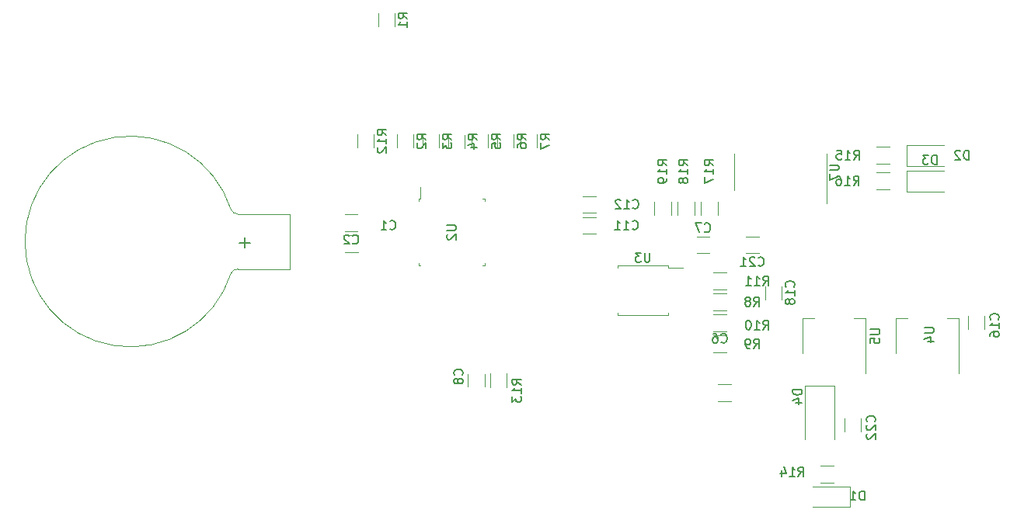
<source format=gbr>
%TF.GenerationSoftware,KiCad,Pcbnew,7.0.2*%
%TF.CreationDate,2024-03-07T11:00:20+05:30*%
%TF.ProjectId,HI-2401,48492d32-3430-4312-9e6b-696361645f70,rev?*%
%TF.SameCoordinates,Original*%
%TF.FileFunction,Legend,Bot*%
%TF.FilePolarity,Positive*%
%FSLAX46Y46*%
G04 Gerber Fmt 4.6, Leading zero omitted, Abs format (unit mm)*
G04 Created by KiCad (PCBNEW 7.0.2) date 2024-03-07 11:00:20*
%MOMM*%
%LPD*%
G01*
G04 APERTURE LIST*
%ADD10C,0.150000*%
%ADD11C,0.120000*%
G04 APERTURE END LIST*
D10*
%TO.C,R14*%
X101517357Y-83774619D02*
X101850690Y-83298428D01*
X102088785Y-83774619D02*
X102088785Y-82774619D01*
X102088785Y-82774619D02*
X101707833Y-82774619D01*
X101707833Y-82774619D02*
X101612595Y-82822238D01*
X101612595Y-82822238D02*
X101564976Y-82869857D01*
X101564976Y-82869857D02*
X101517357Y-82965095D01*
X101517357Y-82965095D02*
X101517357Y-83107952D01*
X101517357Y-83107952D02*
X101564976Y-83203190D01*
X101564976Y-83203190D02*
X101612595Y-83250809D01*
X101612595Y-83250809D02*
X101707833Y-83298428D01*
X101707833Y-83298428D02*
X102088785Y-83298428D01*
X100564976Y-83774619D02*
X101136404Y-83774619D01*
X100850690Y-83774619D02*
X100850690Y-82774619D01*
X100850690Y-82774619D02*
X100945928Y-82917476D01*
X100945928Y-82917476D02*
X101041166Y-83012714D01*
X101041166Y-83012714D02*
X101136404Y-83060333D01*
X99707833Y-83107952D02*
X99707833Y-83774619D01*
X99945928Y-82727000D02*
X100184023Y-83441285D01*
X100184023Y-83441285D02*
X99564976Y-83441285D01*
%TO.C,R8*%
X96686666Y-65232619D02*
X97019999Y-64756428D01*
X97258094Y-65232619D02*
X97258094Y-64232619D01*
X97258094Y-64232619D02*
X96877142Y-64232619D01*
X96877142Y-64232619D02*
X96781904Y-64280238D01*
X96781904Y-64280238D02*
X96734285Y-64327857D01*
X96734285Y-64327857D02*
X96686666Y-64423095D01*
X96686666Y-64423095D02*
X96686666Y-64565952D01*
X96686666Y-64565952D02*
X96734285Y-64661190D01*
X96734285Y-64661190D02*
X96781904Y-64708809D01*
X96781904Y-64708809D02*
X96877142Y-64756428D01*
X96877142Y-64756428D02*
X97258094Y-64756428D01*
X96115237Y-64661190D02*
X96210475Y-64613571D01*
X96210475Y-64613571D02*
X96258094Y-64565952D01*
X96258094Y-64565952D02*
X96305713Y-64470714D01*
X96305713Y-64470714D02*
X96305713Y-64423095D01*
X96305713Y-64423095D02*
X96258094Y-64327857D01*
X96258094Y-64327857D02*
X96210475Y-64280238D01*
X96210475Y-64280238D02*
X96115237Y-64232619D01*
X96115237Y-64232619D02*
X95924761Y-64232619D01*
X95924761Y-64232619D02*
X95829523Y-64280238D01*
X95829523Y-64280238D02*
X95781904Y-64327857D01*
X95781904Y-64327857D02*
X95734285Y-64423095D01*
X95734285Y-64423095D02*
X95734285Y-64470714D01*
X95734285Y-64470714D02*
X95781904Y-64565952D01*
X95781904Y-64565952D02*
X95829523Y-64613571D01*
X95829523Y-64613571D02*
X95924761Y-64661190D01*
X95924761Y-64661190D02*
X96115237Y-64661190D01*
X96115237Y-64661190D02*
X96210475Y-64708809D01*
X96210475Y-64708809D02*
X96258094Y-64756428D01*
X96258094Y-64756428D02*
X96305713Y-64851666D01*
X96305713Y-64851666D02*
X96305713Y-65042142D01*
X96305713Y-65042142D02*
X96258094Y-65137380D01*
X96258094Y-65137380D02*
X96210475Y-65185000D01*
X96210475Y-65185000D02*
X96115237Y-65232619D01*
X96115237Y-65232619D02*
X95924761Y-65232619D01*
X95924761Y-65232619D02*
X95829523Y-65185000D01*
X95829523Y-65185000D02*
X95781904Y-65137380D01*
X95781904Y-65137380D02*
X95734285Y-65042142D01*
X95734285Y-65042142D02*
X95734285Y-64851666D01*
X95734285Y-64851666D02*
X95781904Y-64756428D01*
X95781904Y-64756428D02*
X95829523Y-64708809D01*
X95829523Y-64708809D02*
X95924761Y-64661190D01*
%TO.C,R16*%
X107550857Y-52024619D02*
X107884190Y-51548428D01*
X108122285Y-52024619D02*
X108122285Y-51024619D01*
X108122285Y-51024619D02*
X107741333Y-51024619D01*
X107741333Y-51024619D02*
X107646095Y-51072238D01*
X107646095Y-51072238D02*
X107598476Y-51119857D01*
X107598476Y-51119857D02*
X107550857Y-51215095D01*
X107550857Y-51215095D02*
X107550857Y-51357952D01*
X107550857Y-51357952D02*
X107598476Y-51453190D01*
X107598476Y-51453190D02*
X107646095Y-51500809D01*
X107646095Y-51500809D02*
X107741333Y-51548428D01*
X107741333Y-51548428D02*
X108122285Y-51548428D01*
X106598476Y-52024619D02*
X107169904Y-52024619D01*
X106884190Y-52024619D02*
X106884190Y-51024619D01*
X106884190Y-51024619D02*
X106979428Y-51167476D01*
X106979428Y-51167476D02*
X107074666Y-51262714D01*
X107074666Y-51262714D02*
X107169904Y-51310333D01*
X105741333Y-51024619D02*
X105931809Y-51024619D01*
X105931809Y-51024619D02*
X106027047Y-51072238D01*
X106027047Y-51072238D02*
X106074666Y-51119857D01*
X106074666Y-51119857D02*
X106169904Y-51262714D01*
X106169904Y-51262714D02*
X106217523Y-51453190D01*
X106217523Y-51453190D02*
X106217523Y-51834142D01*
X106217523Y-51834142D02*
X106169904Y-51929380D01*
X106169904Y-51929380D02*
X106122285Y-51977000D01*
X106122285Y-51977000D02*
X106027047Y-52024619D01*
X106027047Y-52024619D02*
X105836571Y-52024619D01*
X105836571Y-52024619D02*
X105741333Y-51977000D01*
X105741333Y-51977000D02*
X105693714Y-51929380D01*
X105693714Y-51929380D02*
X105646095Y-51834142D01*
X105646095Y-51834142D02*
X105646095Y-51596047D01*
X105646095Y-51596047D02*
X105693714Y-51500809D01*
X105693714Y-51500809D02*
X105741333Y-51453190D01*
X105741333Y-51453190D02*
X105836571Y-51405571D01*
X105836571Y-51405571D02*
X106027047Y-51405571D01*
X106027047Y-51405571D02*
X106122285Y-51453190D01*
X106122285Y-51453190D02*
X106169904Y-51500809D01*
X106169904Y-51500809D02*
X106217523Y-51596047D01*
%TO.C,U2*%
X63216619Y-56388095D02*
X64026142Y-56388095D01*
X64026142Y-56388095D02*
X64121380Y-56435714D01*
X64121380Y-56435714D02*
X64169000Y-56483333D01*
X64169000Y-56483333D02*
X64216619Y-56578571D01*
X64216619Y-56578571D02*
X64216619Y-56769047D01*
X64216619Y-56769047D02*
X64169000Y-56864285D01*
X64169000Y-56864285D02*
X64121380Y-56911904D01*
X64121380Y-56911904D02*
X64026142Y-56959523D01*
X64026142Y-56959523D02*
X63216619Y-56959523D01*
X63311857Y-57388095D02*
X63264238Y-57435714D01*
X63264238Y-57435714D02*
X63216619Y-57530952D01*
X63216619Y-57530952D02*
X63216619Y-57769047D01*
X63216619Y-57769047D02*
X63264238Y-57864285D01*
X63264238Y-57864285D02*
X63311857Y-57911904D01*
X63311857Y-57911904D02*
X63407095Y-57959523D01*
X63407095Y-57959523D02*
X63502333Y-57959523D01*
X63502333Y-57959523D02*
X63645190Y-57911904D01*
X63645190Y-57911904D02*
X64216619Y-57340476D01*
X64216619Y-57340476D02*
X64216619Y-57959523D01*
%TO.C,R17*%
X92283619Y-49877142D02*
X91807428Y-49543809D01*
X92283619Y-49305714D02*
X91283619Y-49305714D01*
X91283619Y-49305714D02*
X91283619Y-49686666D01*
X91283619Y-49686666D02*
X91331238Y-49781904D01*
X91331238Y-49781904D02*
X91378857Y-49829523D01*
X91378857Y-49829523D02*
X91474095Y-49877142D01*
X91474095Y-49877142D02*
X91616952Y-49877142D01*
X91616952Y-49877142D02*
X91712190Y-49829523D01*
X91712190Y-49829523D02*
X91759809Y-49781904D01*
X91759809Y-49781904D02*
X91807428Y-49686666D01*
X91807428Y-49686666D02*
X91807428Y-49305714D01*
X92283619Y-50829523D02*
X92283619Y-50258095D01*
X92283619Y-50543809D02*
X91283619Y-50543809D01*
X91283619Y-50543809D02*
X91426476Y-50448571D01*
X91426476Y-50448571D02*
X91521714Y-50353333D01*
X91521714Y-50353333D02*
X91569333Y-50258095D01*
X91283619Y-51162857D02*
X91283619Y-51829523D01*
X91283619Y-51829523D02*
X92283619Y-51400952D01*
%TO.C,R13*%
X71328619Y-73779142D02*
X70852428Y-73445809D01*
X71328619Y-73207714D02*
X70328619Y-73207714D01*
X70328619Y-73207714D02*
X70328619Y-73588666D01*
X70328619Y-73588666D02*
X70376238Y-73683904D01*
X70376238Y-73683904D02*
X70423857Y-73731523D01*
X70423857Y-73731523D02*
X70519095Y-73779142D01*
X70519095Y-73779142D02*
X70661952Y-73779142D01*
X70661952Y-73779142D02*
X70757190Y-73731523D01*
X70757190Y-73731523D02*
X70804809Y-73683904D01*
X70804809Y-73683904D02*
X70852428Y-73588666D01*
X70852428Y-73588666D02*
X70852428Y-73207714D01*
X71328619Y-74731523D02*
X71328619Y-74160095D01*
X71328619Y-74445809D02*
X70328619Y-74445809D01*
X70328619Y-74445809D02*
X70471476Y-74350571D01*
X70471476Y-74350571D02*
X70566714Y-74255333D01*
X70566714Y-74255333D02*
X70614333Y-74160095D01*
X70328619Y-75064857D02*
X70328619Y-75683904D01*
X70328619Y-75683904D02*
X70709571Y-75350571D01*
X70709571Y-75350571D02*
X70709571Y-75493428D01*
X70709571Y-75493428D02*
X70757190Y-75588666D01*
X70757190Y-75588666D02*
X70804809Y-75636285D01*
X70804809Y-75636285D02*
X70900047Y-75683904D01*
X70900047Y-75683904D02*
X71138142Y-75683904D01*
X71138142Y-75683904D02*
X71233380Y-75636285D01*
X71233380Y-75636285D02*
X71281000Y-75588666D01*
X71281000Y-75588666D02*
X71328619Y-75493428D01*
X71328619Y-75493428D02*
X71328619Y-75207714D01*
X71328619Y-75207714D02*
X71281000Y-75112476D01*
X71281000Y-75112476D02*
X71233380Y-75064857D01*
%TO.C,D3*%
X116598594Y-49738619D02*
X116598594Y-48738619D01*
X116598594Y-48738619D02*
X116360499Y-48738619D01*
X116360499Y-48738619D02*
X116217642Y-48786238D01*
X116217642Y-48786238D02*
X116122404Y-48881476D01*
X116122404Y-48881476D02*
X116074785Y-48976714D01*
X116074785Y-48976714D02*
X116027166Y-49167190D01*
X116027166Y-49167190D02*
X116027166Y-49310047D01*
X116027166Y-49310047D02*
X116074785Y-49500523D01*
X116074785Y-49500523D02*
X116122404Y-49595761D01*
X116122404Y-49595761D02*
X116217642Y-49691000D01*
X116217642Y-49691000D02*
X116360499Y-49738619D01*
X116360499Y-49738619D02*
X116598594Y-49738619D01*
X115693832Y-48738619D02*
X115074785Y-48738619D01*
X115074785Y-48738619D02*
X115408118Y-49119571D01*
X115408118Y-49119571D02*
X115265261Y-49119571D01*
X115265261Y-49119571D02*
X115170023Y-49167190D01*
X115170023Y-49167190D02*
X115122404Y-49214809D01*
X115122404Y-49214809D02*
X115074785Y-49310047D01*
X115074785Y-49310047D02*
X115074785Y-49548142D01*
X115074785Y-49548142D02*
X115122404Y-49643380D01*
X115122404Y-49643380D02*
X115170023Y-49691000D01*
X115170023Y-49691000D02*
X115265261Y-49738619D01*
X115265261Y-49738619D02*
X115550975Y-49738619D01*
X115550975Y-49738619D02*
X115646213Y-49691000D01*
X115646213Y-49691000D02*
X115693832Y-49643380D01*
%TO.C,C7*%
X91314166Y-57064380D02*
X91361785Y-57112000D01*
X91361785Y-57112000D02*
X91504642Y-57159619D01*
X91504642Y-57159619D02*
X91599880Y-57159619D01*
X91599880Y-57159619D02*
X91742737Y-57112000D01*
X91742737Y-57112000D02*
X91837975Y-57016761D01*
X91837975Y-57016761D02*
X91885594Y-56921523D01*
X91885594Y-56921523D02*
X91933213Y-56731047D01*
X91933213Y-56731047D02*
X91933213Y-56588190D01*
X91933213Y-56588190D02*
X91885594Y-56397714D01*
X91885594Y-56397714D02*
X91837975Y-56302476D01*
X91837975Y-56302476D02*
X91742737Y-56207238D01*
X91742737Y-56207238D02*
X91599880Y-56159619D01*
X91599880Y-56159619D02*
X91504642Y-56159619D01*
X91504642Y-56159619D02*
X91361785Y-56207238D01*
X91361785Y-56207238D02*
X91314166Y-56254857D01*
X90980832Y-56159619D02*
X90314166Y-56159619D01*
X90314166Y-56159619D02*
X90742737Y-57159619D01*
%TO.C,D4*%
X101930619Y-74331905D02*
X100930619Y-74331905D01*
X100930619Y-74331905D02*
X100930619Y-74570000D01*
X100930619Y-74570000D02*
X100978238Y-74712857D01*
X100978238Y-74712857D02*
X101073476Y-74808095D01*
X101073476Y-74808095D02*
X101168714Y-74855714D01*
X101168714Y-74855714D02*
X101359190Y-74903333D01*
X101359190Y-74903333D02*
X101502047Y-74903333D01*
X101502047Y-74903333D02*
X101692523Y-74855714D01*
X101692523Y-74855714D02*
X101787761Y-74808095D01*
X101787761Y-74808095D02*
X101883000Y-74712857D01*
X101883000Y-74712857D02*
X101930619Y-74570000D01*
X101930619Y-74570000D02*
X101930619Y-74331905D01*
X101263952Y-75760476D02*
X101930619Y-75760476D01*
X100883000Y-75522381D02*
X101597285Y-75284286D01*
X101597285Y-75284286D02*
X101597285Y-75903333D01*
%TO.C,C18*%
X101023380Y-63111142D02*
X101071000Y-63063523D01*
X101071000Y-63063523D02*
X101118619Y-62920666D01*
X101118619Y-62920666D02*
X101118619Y-62825428D01*
X101118619Y-62825428D02*
X101071000Y-62682571D01*
X101071000Y-62682571D02*
X100975761Y-62587333D01*
X100975761Y-62587333D02*
X100880523Y-62539714D01*
X100880523Y-62539714D02*
X100690047Y-62492095D01*
X100690047Y-62492095D02*
X100547190Y-62492095D01*
X100547190Y-62492095D02*
X100356714Y-62539714D01*
X100356714Y-62539714D02*
X100261476Y-62587333D01*
X100261476Y-62587333D02*
X100166238Y-62682571D01*
X100166238Y-62682571D02*
X100118619Y-62825428D01*
X100118619Y-62825428D02*
X100118619Y-62920666D01*
X100118619Y-62920666D02*
X100166238Y-63063523D01*
X100166238Y-63063523D02*
X100213857Y-63111142D01*
X101118619Y-64063523D02*
X101118619Y-63492095D01*
X101118619Y-63777809D02*
X100118619Y-63777809D01*
X100118619Y-63777809D02*
X100261476Y-63682571D01*
X100261476Y-63682571D02*
X100356714Y-63587333D01*
X100356714Y-63587333D02*
X100404333Y-63492095D01*
X100547190Y-64634952D02*
X100499571Y-64539714D01*
X100499571Y-64539714D02*
X100451952Y-64492095D01*
X100451952Y-64492095D02*
X100356714Y-64444476D01*
X100356714Y-64444476D02*
X100309095Y-64444476D01*
X100309095Y-64444476D02*
X100213857Y-64492095D01*
X100213857Y-64492095D02*
X100166238Y-64539714D01*
X100166238Y-64539714D02*
X100118619Y-64634952D01*
X100118619Y-64634952D02*
X100118619Y-64825428D01*
X100118619Y-64825428D02*
X100166238Y-64920666D01*
X100166238Y-64920666D02*
X100213857Y-64968285D01*
X100213857Y-64968285D02*
X100309095Y-65015904D01*
X100309095Y-65015904D02*
X100356714Y-65015904D01*
X100356714Y-65015904D02*
X100451952Y-64968285D01*
X100451952Y-64968285D02*
X100499571Y-64920666D01*
X100499571Y-64920666D02*
X100547190Y-64825428D01*
X100547190Y-64825428D02*
X100547190Y-64634952D01*
X100547190Y-64634952D02*
X100594809Y-64539714D01*
X100594809Y-64539714D02*
X100642428Y-64492095D01*
X100642428Y-64492095D02*
X100737666Y-64444476D01*
X100737666Y-64444476D02*
X100928142Y-64444476D01*
X100928142Y-64444476D02*
X101023380Y-64492095D01*
X101023380Y-64492095D02*
X101071000Y-64539714D01*
X101071000Y-64539714D02*
X101118619Y-64634952D01*
X101118619Y-64634952D02*
X101118619Y-64825428D01*
X101118619Y-64825428D02*
X101071000Y-64920666D01*
X101071000Y-64920666D02*
X101023380Y-64968285D01*
X101023380Y-64968285D02*
X100928142Y-65015904D01*
X100928142Y-65015904D02*
X100737666Y-65015904D01*
X100737666Y-65015904D02*
X100642428Y-64968285D01*
X100642428Y-64968285D02*
X100594809Y-64920666D01*
X100594809Y-64920666D02*
X100547190Y-64825428D01*
%TO.C,C12*%
X83485357Y-54499380D02*
X83532976Y-54547000D01*
X83532976Y-54547000D02*
X83675833Y-54594619D01*
X83675833Y-54594619D02*
X83771071Y-54594619D01*
X83771071Y-54594619D02*
X83913928Y-54547000D01*
X83913928Y-54547000D02*
X84009166Y-54451761D01*
X84009166Y-54451761D02*
X84056785Y-54356523D01*
X84056785Y-54356523D02*
X84104404Y-54166047D01*
X84104404Y-54166047D02*
X84104404Y-54023190D01*
X84104404Y-54023190D02*
X84056785Y-53832714D01*
X84056785Y-53832714D02*
X84009166Y-53737476D01*
X84009166Y-53737476D02*
X83913928Y-53642238D01*
X83913928Y-53642238D02*
X83771071Y-53594619D01*
X83771071Y-53594619D02*
X83675833Y-53594619D01*
X83675833Y-53594619D02*
X83532976Y-53642238D01*
X83532976Y-53642238D02*
X83485357Y-53689857D01*
X82532976Y-54594619D02*
X83104404Y-54594619D01*
X82818690Y-54594619D02*
X82818690Y-53594619D01*
X82818690Y-53594619D02*
X82913928Y-53737476D01*
X82913928Y-53737476D02*
X83009166Y-53832714D01*
X83009166Y-53832714D02*
X83104404Y-53880333D01*
X82152023Y-53689857D02*
X82104404Y-53642238D01*
X82104404Y-53642238D02*
X82009166Y-53594619D01*
X82009166Y-53594619D02*
X81771071Y-53594619D01*
X81771071Y-53594619D02*
X81675833Y-53642238D01*
X81675833Y-53642238D02*
X81628214Y-53689857D01*
X81628214Y-53689857D02*
X81580595Y-53785095D01*
X81580595Y-53785095D02*
X81580595Y-53880333D01*
X81580595Y-53880333D02*
X81628214Y-54023190D01*
X81628214Y-54023190D02*
X82199642Y-54594619D01*
X82199642Y-54594619D02*
X81580595Y-54594619D01*
%TO.C,U7*%
X104930619Y-49819095D02*
X105740142Y-49819095D01*
X105740142Y-49819095D02*
X105835380Y-49866714D01*
X105835380Y-49866714D02*
X105883000Y-49914333D01*
X105883000Y-49914333D02*
X105930619Y-50009571D01*
X105930619Y-50009571D02*
X105930619Y-50200047D01*
X105930619Y-50200047D02*
X105883000Y-50295285D01*
X105883000Y-50295285D02*
X105835380Y-50342904D01*
X105835380Y-50342904D02*
X105740142Y-50390523D01*
X105740142Y-50390523D02*
X104930619Y-50390523D01*
X104930619Y-50771476D02*
X104930619Y-51438142D01*
X104930619Y-51438142D02*
X105930619Y-51009571D01*
%TO.C,R15*%
X107576857Y-49230619D02*
X107910190Y-48754428D01*
X108148285Y-49230619D02*
X108148285Y-48230619D01*
X108148285Y-48230619D02*
X107767333Y-48230619D01*
X107767333Y-48230619D02*
X107672095Y-48278238D01*
X107672095Y-48278238D02*
X107624476Y-48325857D01*
X107624476Y-48325857D02*
X107576857Y-48421095D01*
X107576857Y-48421095D02*
X107576857Y-48563952D01*
X107576857Y-48563952D02*
X107624476Y-48659190D01*
X107624476Y-48659190D02*
X107672095Y-48706809D01*
X107672095Y-48706809D02*
X107767333Y-48754428D01*
X107767333Y-48754428D02*
X108148285Y-48754428D01*
X106624476Y-49230619D02*
X107195904Y-49230619D01*
X106910190Y-49230619D02*
X106910190Y-48230619D01*
X106910190Y-48230619D02*
X107005428Y-48373476D01*
X107005428Y-48373476D02*
X107100666Y-48468714D01*
X107100666Y-48468714D02*
X107195904Y-48516333D01*
X105719714Y-48230619D02*
X106195904Y-48230619D01*
X106195904Y-48230619D02*
X106243523Y-48706809D01*
X106243523Y-48706809D02*
X106195904Y-48659190D01*
X106195904Y-48659190D02*
X106100666Y-48611571D01*
X106100666Y-48611571D02*
X105862571Y-48611571D01*
X105862571Y-48611571D02*
X105767333Y-48659190D01*
X105767333Y-48659190D02*
X105719714Y-48706809D01*
X105719714Y-48706809D02*
X105672095Y-48802047D01*
X105672095Y-48802047D02*
X105672095Y-49040142D01*
X105672095Y-49040142D02*
X105719714Y-49135380D01*
X105719714Y-49135380D02*
X105767333Y-49183000D01*
X105767333Y-49183000D02*
X105862571Y-49230619D01*
X105862571Y-49230619D02*
X106100666Y-49230619D01*
X106100666Y-49230619D02*
X106195904Y-49183000D01*
X106195904Y-49183000D02*
X106243523Y-49135380D01*
%TO.C,U5*%
X109386619Y-67716095D02*
X110196142Y-67716095D01*
X110196142Y-67716095D02*
X110291380Y-67763714D01*
X110291380Y-67763714D02*
X110339000Y-67811333D01*
X110339000Y-67811333D02*
X110386619Y-67906571D01*
X110386619Y-67906571D02*
X110386619Y-68097047D01*
X110386619Y-68097047D02*
X110339000Y-68192285D01*
X110339000Y-68192285D02*
X110291380Y-68239904D01*
X110291380Y-68239904D02*
X110196142Y-68287523D01*
X110196142Y-68287523D02*
X109386619Y-68287523D01*
X109386619Y-69239904D02*
X109386619Y-68763714D01*
X109386619Y-68763714D02*
X109862809Y-68716095D01*
X109862809Y-68716095D02*
X109815190Y-68763714D01*
X109815190Y-68763714D02*
X109767571Y-68858952D01*
X109767571Y-68858952D02*
X109767571Y-69097047D01*
X109767571Y-69097047D02*
X109815190Y-69192285D01*
X109815190Y-69192285D02*
X109862809Y-69239904D01*
X109862809Y-69239904D02*
X109958047Y-69287523D01*
X109958047Y-69287523D02*
X110196142Y-69287523D01*
X110196142Y-69287523D02*
X110291380Y-69239904D01*
X110291380Y-69239904D02*
X110339000Y-69192285D01*
X110339000Y-69192285D02*
X110386619Y-69097047D01*
X110386619Y-69097047D02*
X110386619Y-68858952D01*
X110386619Y-68858952D02*
X110339000Y-68763714D01*
X110339000Y-68763714D02*
X110291380Y-68716095D01*
%TO.C,R12*%
X56638619Y-46575142D02*
X56162428Y-46241809D01*
X56638619Y-46003714D02*
X55638619Y-46003714D01*
X55638619Y-46003714D02*
X55638619Y-46384666D01*
X55638619Y-46384666D02*
X55686238Y-46479904D01*
X55686238Y-46479904D02*
X55733857Y-46527523D01*
X55733857Y-46527523D02*
X55829095Y-46575142D01*
X55829095Y-46575142D02*
X55971952Y-46575142D01*
X55971952Y-46575142D02*
X56067190Y-46527523D01*
X56067190Y-46527523D02*
X56114809Y-46479904D01*
X56114809Y-46479904D02*
X56162428Y-46384666D01*
X56162428Y-46384666D02*
X56162428Y-46003714D01*
X56638619Y-47527523D02*
X56638619Y-46956095D01*
X56638619Y-47241809D02*
X55638619Y-47241809D01*
X55638619Y-47241809D02*
X55781476Y-47146571D01*
X55781476Y-47146571D02*
X55876714Y-47051333D01*
X55876714Y-47051333D02*
X55924333Y-46956095D01*
X55733857Y-47908476D02*
X55686238Y-47956095D01*
X55686238Y-47956095D02*
X55638619Y-48051333D01*
X55638619Y-48051333D02*
X55638619Y-48289428D01*
X55638619Y-48289428D02*
X55686238Y-48384666D01*
X55686238Y-48384666D02*
X55733857Y-48432285D01*
X55733857Y-48432285D02*
X55829095Y-48479904D01*
X55829095Y-48479904D02*
X55924333Y-48479904D01*
X55924333Y-48479904D02*
X56067190Y-48432285D01*
X56067190Y-48432285D02*
X56638619Y-47860857D01*
X56638619Y-47860857D02*
X56638619Y-48479904D01*
%TO.C,C2*%
X52960166Y-58351380D02*
X53007785Y-58399000D01*
X53007785Y-58399000D02*
X53150642Y-58446619D01*
X53150642Y-58446619D02*
X53245880Y-58446619D01*
X53245880Y-58446619D02*
X53388737Y-58399000D01*
X53388737Y-58399000D02*
X53483975Y-58303761D01*
X53483975Y-58303761D02*
X53531594Y-58208523D01*
X53531594Y-58208523D02*
X53579213Y-58018047D01*
X53579213Y-58018047D02*
X53579213Y-57875190D01*
X53579213Y-57875190D02*
X53531594Y-57684714D01*
X53531594Y-57684714D02*
X53483975Y-57589476D01*
X53483975Y-57589476D02*
X53388737Y-57494238D01*
X53388737Y-57494238D02*
X53245880Y-57446619D01*
X53245880Y-57446619D02*
X53150642Y-57446619D01*
X53150642Y-57446619D02*
X53007785Y-57494238D01*
X53007785Y-57494238D02*
X52960166Y-57541857D01*
X52579213Y-57541857D02*
X52531594Y-57494238D01*
X52531594Y-57494238D02*
X52436356Y-57446619D01*
X52436356Y-57446619D02*
X52198261Y-57446619D01*
X52198261Y-57446619D02*
X52103023Y-57494238D01*
X52103023Y-57494238D02*
X52055404Y-57541857D01*
X52055404Y-57541857D02*
X52007785Y-57637095D01*
X52007785Y-57637095D02*
X52007785Y-57732333D01*
X52007785Y-57732333D02*
X52055404Y-57875190D01*
X52055404Y-57875190D02*
X52626832Y-58446619D01*
X52626832Y-58446619D02*
X52007785Y-58446619D01*
%TO.C,R18*%
X89489619Y-49877142D02*
X89013428Y-49543809D01*
X89489619Y-49305714D02*
X88489619Y-49305714D01*
X88489619Y-49305714D02*
X88489619Y-49686666D01*
X88489619Y-49686666D02*
X88537238Y-49781904D01*
X88537238Y-49781904D02*
X88584857Y-49829523D01*
X88584857Y-49829523D02*
X88680095Y-49877142D01*
X88680095Y-49877142D02*
X88822952Y-49877142D01*
X88822952Y-49877142D02*
X88918190Y-49829523D01*
X88918190Y-49829523D02*
X88965809Y-49781904D01*
X88965809Y-49781904D02*
X89013428Y-49686666D01*
X89013428Y-49686666D02*
X89013428Y-49305714D01*
X89489619Y-50829523D02*
X89489619Y-50258095D01*
X89489619Y-50543809D02*
X88489619Y-50543809D01*
X88489619Y-50543809D02*
X88632476Y-50448571D01*
X88632476Y-50448571D02*
X88727714Y-50353333D01*
X88727714Y-50353333D02*
X88775333Y-50258095D01*
X88918190Y-51400952D02*
X88870571Y-51305714D01*
X88870571Y-51305714D02*
X88822952Y-51258095D01*
X88822952Y-51258095D02*
X88727714Y-51210476D01*
X88727714Y-51210476D02*
X88680095Y-51210476D01*
X88680095Y-51210476D02*
X88584857Y-51258095D01*
X88584857Y-51258095D02*
X88537238Y-51305714D01*
X88537238Y-51305714D02*
X88489619Y-51400952D01*
X88489619Y-51400952D02*
X88489619Y-51591428D01*
X88489619Y-51591428D02*
X88537238Y-51686666D01*
X88537238Y-51686666D02*
X88584857Y-51734285D01*
X88584857Y-51734285D02*
X88680095Y-51781904D01*
X88680095Y-51781904D02*
X88727714Y-51781904D01*
X88727714Y-51781904D02*
X88822952Y-51734285D01*
X88822952Y-51734285D02*
X88870571Y-51686666D01*
X88870571Y-51686666D02*
X88918190Y-51591428D01*
X88918190Y-51591428D02*
X88918190Y-51400952D01*
X88918190Y-51400952D02*
X88965809Y-51305714D01*
X88965809Y-51305714D02*
X89013428Y-51258095D01*
X89013428Y-51258095D02*
X89108666Y-51210476D01*
X89108666Y-51210476D02*
X89299142Y-51210476D01*
X89299142Y-51210476D02*
X89394380Y-51258095D01*
X89394380Y-51258095D02*
X89442000Y-51305714D01*
X89442000Y-51305714D02*
X89489619Y-51400952D01*
X89489619Y-51400952D02*
X89489619Y-51591428D01*
X89489619Y-51591428D02*
X89442000Y-51686666D01*
X89442000Y-51686666D02*
X89394380Y-51734285D01*
X89394380Y-51734285D02*
X89299142Y-51781904D01*
X89299142Y-51781904D02*
X89108666Y-51781904D01*
X89108666Y-51781904D02*
X89013428Y-51734285D01*
X89013428Y-51734285D02*
X88965809Y-51686666D01*
X88965809Y-51686666D02*
X88918190Y-51591428D01*
%TO.C,R11*%
X97696857Y-62946619D02*
X98030190Y-62470428D01*
X98268285Y-62946619D02*
X98268285Y-61946619D01*
X98268285Y-61946619D02*
X97887333Y-61946619D01*
X97887333Y-61946619D02*
X97792095Y-61994238D01*
X97792095Y-61994238D02*
X97744476Y-62041857D01*
X97744476Y-62041857D02*
X97696857Y-62137095D01*
X97696857Y-62137095D02*
X97696857Y-62279952D01*
X97696857Y-62279952D02*
X97744476Y-62375190D01*
X97744476Y-62375190D02*
X97792095Y-62422809D01*
X97792095Y-62422809D02*
X97887333Y-62470428D01*
X97887333Y-62470428D02*
X98268285Y-62470428D01*
X96744476Y-62946619D02*
X97315904Y-62946619D01*
X97030190Y-62946619D02*
X97030190Y-61946619D01*
X97030190Y-61946619D02*
X97125428Y-62089476D01*
X97125428Y-62089476D02*
X97220666Y-62184714D01*
X97220666Y-62184714D02*
X97315904Y-62232333D01*
X95792095Y-62946619D02*
X96363523Y-62946619D01*
X96077809Y-62946619D02*
X96077809Y-61946619D01*
X96077809Y-61946619D02*
X96173047Y-62089476D01*
X96173047Y-62089476D02*
X96268285Y-62184714D01*
X96268285Y-62184714D02*
X96363523Y-62232333D01*
%TO.C,BT1*%
X41763428Y-58288500D02*
X40620571Y-58288500D01*
X41191999Y-58859928D02*
X41191999Y-57717071D01*
%TO.C,R6*%
X71878619Y-47051333D02*
X71402428Y-46718000D01*
X71878619Y-46479905D02*
X70878619Y-46479905D01*
X70878619Y-46479905D02*
X70878619Y-46860857D01*
X70878619Y-46860857D02*
X70926238Y-46956095D01*
X70926238Y-46956095D02*
X70973857Y-47003714D01*
X70973857Y-47003714D02*
X71069095Y-47051333D01*
X71069095Y-47051333D02*
X71211952Y-47051333D01*
X71211952Y-47051333D02*
X71307190Y-47003714D01*
X71307190Y-47003714D02*
X71354809Y-46956095D01*
X71354809Y-46956095D02*
X71402428Y-46860857D01*
X71402428Y-46860857D02*
X71402428Y-46479905D01*
X70878619Y-47908476D02*
X70878619Y-47718000D01*
X70878619Y-47718000D02*
X70926238Y-47622762D01*
X70926238Y-47622762D02*
X70973857Y-47575143D01*
X70973857Y-47575143D02*
X71116714Y-47479905D01*
X71116714Y-47479905D02*
X71307190Y-47432286D01*
X71307190Y-47432286D02*
X71688142Y-47432286D01*
X71688142Y-47432286D02*
X71783380Y-47479905D01*
X71783380Y-47479905D02*
X71831000Y-47527524D01*
X71831000Y-47527524D02*
X71878619Y-47622762D01*
X71878619Y-47622762D02*
X71878619Y-47813238D01*
X71878619Y-47813238D02*
X71831000Y-47908476D01*
X71831000Y-47908476D02*
X71783380Y-47956095D01*
X71783380Y-47956095D02*
X71688142Y-48003714D01*
X71688142Y-48003714D02*
X71450047Y-48003714D01*
X71450047Y-48003714D02*
X71354809Y-47956095D01*
X71354809Y-47956095D02*
X71307190Y-47908476D01*
X71307190Y-47908476D02*
X71259571Y-47813238D01*
X71259571Y-47813238D02*
X71259571Y-47622762D01*
X71259571Y-47622762D02*
X71307190Y-47527524D01*
X71307190Y-47527524D02*
X71354809Y-47479905D01*
X71354809Y-47479905D02*
X71450047Y-47432286D01*
%TO.C,C11*%
X83446857Y-56785380D02*
X83494476Y-56833000D01*
X83494476Y-56833000D02*
X83637333Y-56880619D01*
X83637333Y-56880619D02*
X83732571Y-56880619D01*
X83732571Y-56880619D02*
X83875428Y-56833000D01*
X83875428Y-56833000D02*
X83970666Y-56737761D01*
X83970666Y-56737761D02*
X84018285Y-56642523D01*
X84018285Y-56642523D02*
X84065904Y-56452047D01*
X84065904Y-56452047D02*
X84065904Y-56309190D01*
X84065904Y-56309190D02*
X84018285Y-56118714D01*
X84018285Y-56118714D02*
X83970666Y-56023476D01*
X83970666Y-56023476D02*
X83875428Y-55928238D01*
X83875428Y-55928238D02*
X83732571Y-55880619D01*
X83732571Y-55880619D02*
X83637333Y-55880619D01*
X83637333Y-55880619D02*
X83494476Y-55928238D01*
X83494476Y-55928238D02*
X83446857Y-55975857D01*
X82494476Y-56880619D02*
X83065904Y-56880619D01*
X82780190Y-56880619D02*
X82780190Y-55880619D01*
X82780190Y-55880619D02*
X82875428Y-56023476D01*
X82875428Y-56023476D02*
X82970666Y-56118714D01*
X82970666Y-56118714D02*
X83065904Y-56166333D01*
X81542095Y-56880619D02*
X82113523Y-56880619D01*
X81827809Y-56880619D02*
X81827809Y-55880619D01*
X81827809Y-55880619D02*
X81923047Y-56023476D01*
X81923047Y-56023476D02*
X82018285Y-56118714D01*
X82018285Y-56118714D02*
X82113523Y-56166333D01*
%TO.C,U3*%
X85343904Y-59402619D02*
X85343904Y-60212142D01*
X85343904Y-60212142D02*
X85296285Y-60307380D01*
X85296285Y-60307380D02*
X85248666Y-60355000D01*
X85248666Y-60355000D02*
X85153428Y-60402619D01*
X85153428Y-60402619D02*
X84962952Y-60402619D01*
X84962952Y-60402619D02*
X84867714Y-60355000D01*
X84867714Y-60355000D02*
X84820095Y-60307380D01*
X84820095Y-60307380D02*
X84772476Y-60212142D01*
X84772476Y-60212142D02*
X84772476Y-59402619D01*
X84391523Y-59402619D02*
X83772476Y-59402619D01*
X83772476Y-59402619D02*
X84105809Y-59783571D01*
X84105809Y-59783571D02*
X83962952Y-59783571D01*
X83962952Y-59783571D02*
X83867714Y-59831190D01*
X83867714Y-59831190D02*
X83820095Y-59878809D01*
X83820095Y-59878809D02*
X83772476Y-59974047D01*
X83772476Y-59974047D02*
X83772476Y-60212142D01*
X83772476Y-60212142D02*
X83820095Y-60307380D01*
X83820095Y-60307380D02*
X83867714Y-60355000D01*
X83867714Y-60355000D02*
X83962952Y-60402619D01*
X83962952Y-60402619D02*
X84248666Y-60402619D01*
X84248666Y-60402619D02*
X84343904Y-60355000D01*
X84343904Y-60355000D02*
X84391523Y-60307380D01*
%TO.C,U4*%
X115286619Y-67564095D02*
X116096142Y-67564095D01*
X116096142Y-67564095D02*
X116191380Y-67611714D01*
X116191380Y-67611714D02*
X116239000Y-67659333D01*
X116239000Y-67659333D02*
X116286619Y-67754571D01*
X116286619Y-67754571D02*
X116286619Y-67945047D01*
X116286619Y-67945047D02*
X116239000Y-68040285D01*
X116239000Y-68040285D02*
X116191380Y-68087904D01*
X116191380Y-68087904D02*
X116096142Y-68135523D01*
X116096142Y-68135523D02*
X115286619Y-68135523D01*
X115619952Y-69040285D02*
X116286619Y-69040285D01*
X115239000Y-68802190D02*
X115953285Y-68564095D01*
X115953285Y-68564095D02*
X115953285Y-69183142D01*
%TO.C,C21*%
X97162857Y-60764380D02*
X97210476Y-60812000D01*
X97210476Y-60812000D02*
X97353333Y-60859619D01*
X97353333Y-60859619D02*
X97448571Y-60859619D01*
X97448571Y-60859619D02*
X97591428Y-60812000D01*
X97591428Y-60812000D02*
X97686666Y-60716761D01*
X97686666Y-60716761D02*
X97734285Y-60621523D01*
X97734285Y-60621523D02*
X97781904Y-60431047D01*
X97781904Y-60431047D02*
X97781904Y-60288190D01*
X97781904Y-60288190D02*
X97734285Y-60097714D01*
X97734285Y-60097714D02*
X97686666Y-60002476D01*
X97686666Y-60002476D02*
X97591428Y-59907238D01*
X97591428Y-59907238D02*
X97448571Y-59859619D01*
X97448571Y-59859619D02*
X97353333Y-59859619D01*
X97353333Y-59859619D02*
X97210476Y-59907238D01*
X97210476Y-59907238D02*
X97162857Y-59954857D01*
X96781904Y-59954857D02*
X96734285Y-59907238D01*
X96734285Y-59907238D02*
X96639047Y-59859619D01*
X96639047Y-59859619D02*
X96400952Y-59859619D01*
X96400952Y-59859619D02*
X96305714Y-59907238D01*
X96305714Y-59907238D02*
X96258095Y-59954857D01*
X96258095Y-59954857D02*
X96210476Y-60050095D01*
X96210476Y-60050095D02*
X96210476Y-60145333D01*
X96210476Y-60145333D02*
X96258095Y-60288190D01*
X96258095Y-60288190D02*
X96829523Y-60859619D01*
X96829523Y-60859619D02*
X96210476Y-60859619D01*
X95258095Y-60859619D02*
X95829523Y-60859619D01*
X95543809Y-60859619D02*
X95543809Y-59859619D01*
X95543809Y-59859619D02*
X95639047Y-60002476D01*
X95639047Y-60002476D02*
X95734285Y-60097714D01*
X95734285Y-60097714D02*
X95829523Y-60145333D01*
%TO.C,R3*%
X63750619Y-47051333D02*
X63274428Y-46718000D01*
X63750619Y-46479905D02*
X62750619Y-46479905D01*
X62750619Y-46479905D02*
X62750619Y-46860857D01*
X62750619Y-46860857D02*
X62798238Y-46956095D01*
X62798238Y-46956095D02*
X62845857Y-47003714D01*
X62845857Y-47003714D02*
X62941095Y-47051333D01*
X62941095Y-47051333D02*
X63083952Y-47051333D01*
X63083952Y-47051333D02*
X63179190Y-47003714D01*
X63179190Y-47003714D02*
X63226809Y-46956095D01*
X63226809Y-46956095D02*
X63274428Y-46860857D01*
X63274428Y-46860857D02*
X63274428Y-46479905D01*
X62750619Y-47384667D02*
X62750619Y-48003714D01*
X62750619Y-48003714D02*
X63131571Y-47670381D01*
X63131571Y-47670381D02*
X63131571Y-47813238D01*
X63131571Y-47813238D02*
X63179190Y-47908476D01*
X63179190Y-47908476D02*
X63226809Y-47956095D01*
X63226809Y-47956095D02*
X63322047Y-48003714D01*
X63322047Y-48003714D02*
X63560142Y-48003714D01*
X63560142Y-48003714D02*
X63655380Y-47956095D01*
X63655380Y-47956095D02*
X63703000Y-47908476D01*
X63703000Y-47908476D02*
X63750619Y-47813238D01*
X63750619Y-47813238D02*
X63750619Y-47527524D01*
X63750619Y-47527524D02*
X63703000Y-47432286D01*
X63703000Y-47432286D02*
X63655380Y-47384667D01*
%TO.C,R4*%
X66544619Y-47077333D02*
X66068428Y-46744000D01*
X66544619Y-46505905D02*
X65544619Y-46505905D01*
X65544619Y-46505905D02*
X65544619Y-46886857D01*
X65544619Y-46886857D02*
X65592238Y-46982095D01*
X65592238Y-46982095D02*
X65639857Y-47029714D01*
X65639857Y-47029714D02*
X65735095Y-47077333D01*
X65735095Y-47077333D02*
X65877952Y-47077333D01*
X65877952Y-47077333D02*
X65973190Y-47029714D01*
X65973190Y-47029714D02*
X66020809Y-46982095D01*
X66020809Y-46982095D02*
X66068428Y-46886857D01*
X66068428Y-46886857D02*
X66068428Y-46505905D01*
X65877952Y-47934476D02*
X66544619Y-47934476D01*
X65497000Y-47696381D02*
X66211285Y-47458286D01*
X66211285Y-47458286D02*
X66211285Y-48077333D01*
%TO.C,C1*%
X57024166Y-56793880D02*
X57071785Y-56841500D01*
X57071785Y-56841500D02*
X57214642Y-56889119D01*
X57214642Y-56889119D02*
X57309880Y-56889119D01*
X57309880Y-56889119D02*
X57452737Y-56841500D01*
X57452737Y-56841500D02*
X57547975Y-56746261D01*
X57547975Y-56746261D02*
X57595594Y-56651023D01*
X57595594Y-56651023D02*
X57643213Y-56460547D01*
X57643213Y-56460547D02*
X57643213Y-56317690D01*
X57643213Y-56317690D02*
X57595594Y-56127214D01*
X57595594Y-56127214D02*
X57547975Y-56031976D01*
X57547975Y-56031976D02*
X57452737Y-55936738D01*
X57452737Y-55936738D02*
X57309880Y-55889119D01*
X57309880Y-55889119D02*
X57214642Y-55889119D01*
X57214642Y-55889119D02*
X57071785Y-55936738D01*
X57071785Y-55936738D02*
X57024166Y-55984357D01*
X56071785Y-56889119D02*
X56643213Y-56889119D01*
X56357499Y-56889119D02*
X56357499Y-55889119D01*
X56357499Y-55889119D02*
X56452737Y-56031976D01*
X56452737Y-56031976D02*
X56547975Y-56127214D01*
X56547975Y-56127214D02*
X56643213Y-56174833D01*
%TO.C,D2*%
X120118094Y-49230619D02*
X120118094Y-48230619D01*
X120118094Y-48230619D02*
X119879999Y-48230619D01*
X119879999Y-48230619D02*
X119737142Y-48278238D01*
X119737142Y-48278238D02*
X119641904Y-48373476D01*
X119641904Y-48373476D02*
X119594285Y-48468714D01*
X119594285Y-48468714D02*
X119546666Y-48659190D01*
X119546666Y-48659190D02*
X119546666Y-48802047D01*
X119546666Y-48802047D02*
X119594285Y-48992523D01*
X119594285Y-48992523D02*
X119641904Y-49087761D01*
X119641904Y-49087761D02*
X119737142Y-49183000D01*
X119737142Y-49183000D02*
X119879999Y-49230619D01*
X119879999Y-49230619D02*
X120118094Y-49230619D01*
X119165713Y-48325857D02*
X119118094Y-48278238D01*
X119118094Y-48278238D02*
X119022856Y-48230619D01*
X119022856Y-48230619D02*
X118784761Y-48230619D01*
X118784761Y-48230619D02*
X118689523Y-48278238D01*
X118689523Y-48278238D02*
X118641904Y-48325857D01*
X118641904Y-48325857D02*
X118594285Y-48421095D01*
X118594285Y-48421095D02*
X118594285Y-48516333D01*
X118594285Y-48516333D02*
X118641904Y-48659190D01*
X118641904Y-48659190D02*
X119213332Y-49230619D01*
X119213332Y-49230619D02*
X118594285Y-49230619D01*
%TO.C,C6*%
X93130666Y-69129380D02*
X93178285Y-69177000D01*
X93178285Y-69177000D02*
X93321142Y-69224619D01*
X93321142Y-69224619D02*
X93416380Y-69224619D01*
X93416380Y-69224619D02*
X93559237Y-69177000D01*
X93559237Y-69177000D02*
X93654475Y-69081761D01*
X93654475Y-69081761D02*
X93702094Y-68986523D01*
X93702094Y-68986523D02*
X93749713Y-68796047D01*
X93749713Y-68796047D02*
X93749713Y-68653190D01*
X93749713Y-68653190D02*
X93702094Y-68462714D01*
X93702094Y-68462714D02*
X93654475Y-68367476D01*
X93654475Y-68367476D02*
X93559237Y-68272238D01*
X93559237Y-68272238D02*
X93416380Y-68224619D01*
X93416380Y-68224619D02*
X93321142Y-68224619D01*
X93321142Y-68224619D02*
X93178285Y-68272238D01*
X93178285Y-68272238D02*
X93130666Y-68319857D01*
X92273523Y-68224619D02*
X92463999Y-68224619D01*
X92463999Y-68224619D02*
X92559237Y-68272238D01*
X92559237Y-68272238D02*
X92606856Y-68319857D01*
X92606856Y-68319857D02*
X92702094Y-68462714D01*
X92702094Y-68462714D02*
X92749713Y-68653190D01*
X92749713Y-68653190D02*
X92749713Y-69034142D01*
X92749713Y-69034142D02*
X92702094Y-69129380D01*
X92702094Y-69129380D02*
X92654475Y-69177000D01*
X92654475Y-69177000D02*
X92559237Y-69224619D01*
X92559237Y-69224619D02*
X92368761Y-69224619D01*
X92368761Y-69224619D02*
X92273523Y-69177000D01*
X92273523Y-69177000D02*
X92225904Y-69129380D01*
X92225904Y-69129380D02*
X92178285Y-69034142D01*
X92178285Y-69034142D02*
X92178285Y-68796047D01*
X92178285Y-68796047D02*
X92225904Y-68700809D01*
X92225904Y-68700809D02*
X92273523Y-68653190D01*
X92273523Y-68653190D02*
X92368761Y-68605571D01*
X92368761Y-68605571D02*
X92559237Y-68605571D01*
X92559237Y-68605571D02*
X92654475Y-68653190D01*
X92654475Y-68653190D02*
X92702094Y-68700809D01*
X92702094Y-68700809D02*
X92749713Y-68796047D01*
%TO.C,R7*%
X74418619Y-47051333D02*
X73942428Y-46718000D01*
X74418619Y-46479905D02*
X73418619Y-46479905D01*
X73418619Y-46479905D02*
X73418619Y-46860857D01*
X73418619Y-46860857D02*
X73466238Y-46956095D01*
X73466238Y-46956095D02*
X73513857Y-47003714D01*
X73513857Y-47003714D02*
X73609095Y-47051333D01*
X73609095Y-47051333D02*
X73751952Y-47051333D01*
X73751952Y-47051333D02*
X73847190Y-47003714D01*
X73847190Y-47003714D02*
X73894809Y-46956095D01*
X73894809Y-46956095D02*
X73942428Y-46860857D01*
X73942428Y-46860857D02*
X73942428Y-46479905D01*
X73418619Y-47384667D02*
X73418619Y-48051333D01*
X73418619Y-48051333D02*
X74418619Y-47622762D01*
%TO.C,D1*%
X108724594Y-86390619D02*
X108724594Y-85390619D01*
X108724594Y-85390619D02*
X108486499Y-85390619D01*
X108486499Y-85390619D02*
X108343642Y-85438238D01*
X108343642Y-85438238D02*
X108248404Y-85533476D01*
X108248404Y-85533476D02*
X108200785Y-85628714D01*
X108200785Y-85628714D02*
X108153166Y-85819190D01*
X108153166Y-85819190D02*
X108153166Y-85962047D01*
X108153166Y-85962047D02*
X108200785Y-86152523D01*
X108200785Y-86152523D02*
X108248404Y-86247761D01*
X108248404Y-86247761D02*
X108343642Y-86343000D01*
X108343642Y-86343000D02*
X108486499Y-86390619D01*
X108486499Y-86390619D02*
X108724594Y-86390619D01*
X107200785Y-86390619D02*
X107772213Y-86390619D01*
X107486499Y-86390619D02*
X107486499Y-85390619D01*
X107486499Y-85390619D02*
X107581737Y-85533476D01*
X107581737Y-85533476D02*
X107676975Y-85628714D01*
X107676975Y-85628714D02*
X107772213Y-85676333D01*
%TO.C,R10*%
X97696857Y-67772619D02*
X98030190Y-67296428D01*
X98268285Y-67772619D02*
X98268285Y-66772619D01*
X98268285Y-66772619D02*
X97887333Y-66772619D01*
X97887333Y-66772619D02*
X97792095Y-66820238D01*
X97792095Y-66820238D02*
X97744476Y-66867857D01*
X97744476Y-66867857D02*
X97696857Y-66963095D01*
X97696857Y-66963095D02*
X97696857Y-67105952D01*
X97696857Y-67105952D02*
X97744476Y-67201190D01*
X97744476Y-67201190D02*
X97792095Y-67248809D01*
X97792095Y-67248809D02*
X97887333Y-67296428D01*
X97887333Y-67296428D02*
X98268285Y-67296428D01*
X96744476Y-67772619D02*
X97315904Y-67772619D01*
X97030190Y-67772619D02*
X97030190Y-66772619D01*
X97030190Y-66772619D02*
X97125428Y-66915476D01*
X97125428Y-66915476D02*
X97220666Y-67010714D01*
X97220666Y-67010714D02*
X97315904Y-67058333D01*
X96125428Y-66772619D02*
X96030190Y-66772619D01*
X96030190Y-66772619D02*
X95934952Y-66820238D01*
X95934952Y-66820238D02*
X95887333Y-66867857D01*
X95887333Y-66867857D02*
X95839714Y-66963095D01*
X95839714Y-66963095D02*
X95792095Y-67153571D01*
X95792095Y-67153571D02*
X95792095Y-67391666D01*
X95792095Y-67391666D02*
X95839714Y-67582142D01*
X95839714Y-67582142D02*
X95887333Y-67677380D01*
X95887333Y-67677380D02*
X95934952Y-67725000D01*
X95934952Y-67725000D02*
X96030190Y-67772619D01*
X96030190Y-67772619D02*
X96125428Y-67772619D01*
X96125428Y-67772619D02*
X96220666Y-67725000D01*
X96220666Y-67725000D02*
X96268285Y-67677380D01*
X96268285Y-67677380D02*
X96315904Y-67582142D01*
X96315904Y-67582142D02*
X96363523Y-67391666D01*
X96363523Y-67391666D02*
X96363523Y-67153571D01*
X96363523Y-67153571D02*
X96315904Y-66963095D01*
X96315904Y-66963095D02*
X96268285Y-66867857D01*
X96268285Y-66867857D02*
X96220666Y-66820238D01*
X96220666Y-66820238D02*
X96125428Y-66772619D01*
%TO.C,R1*%
X58924619Y-33843333D02*
X58448428Y-33510000D01*
X58924619Y-33271905D02*
X57924619Y-33271905D01*
X57924619Y-33271905D02*
X57924619Y-33652857D01*
X57924619Y-33652857D02*
X57972238Y-33748095D01*
X57972238Y-33748095D02*
X58019857Y-33795714D01*
X58019857Y-33795714D02*
X58115095Y-33843333D01*
X58115095Y-33843333D02*
X58257952Y-33843333D01*
X58257952Y-33843333D02*
X58353190Y-33795714D01*
X58353190Y-33795714D02*
X58400809Y-33748095D01*
X58400809Y-33748095D02*
X58448428Y-33652857D01*
X58448428Y-33652857D02*
X58448428Y-33271905D01*
X58924619Y-34795714D02*
X58924619Y-34224286D01*
X58924619Y-34510000D02*
X57924619Y-34510000D01*
X57924619Y-34510000D02*
X58067476Y-34414762D01*
X58067476Y-34414762D02*
X58162714Y-34319524D01*
X58162714Y-34319524D02*
X58210333Y-34224286D01*
%TO.C,C16*%
X123303380Y-66667142D02*
X123351000Y-66619523D01*
X123351000Y-66619523D02*
X123398619Y-66476666D01*
X123398619Y-66476666D02*
X123398619Y-66381428D01*
X123398619Y-66381428D02*
X123351000Y-66238571D01*
X123351000Y-66238571D02*
X123255761Y-66143333D01*
X123255761Y-66143333D02*
X123160523Y-66095714D01*
X123160523Y-66095714D02*
X122970047Y-66048095D01*
X122970047Y-66048095D02*
X122827190Y-66048095D01*
X122827190Y-66048095D02*
X122636714Y-66095714D01*
X122636714Y-66095714D02*
X122541476Y-66143333D01*
X122541476Y-66143333D02*
X122446238Y-66238571D01*
X122446238Y-66238571D02*
X122398619Y-66381428D01*
X122398619Y-66381428D02*
X122398619Y-66476666D01*
X122398619Y-66476666D02*
X122446238Y-66619523D01*
X122446238Y-66619523D02*
X122493857Y-66667142D01*
X123398619Y-67619523D02*
X123398619Y-67048095D01*
X123398619Y-67333809D02*
X122398619Y-67333809D01*
X122398619Y-67333809D02*
X122541476Y-67238571D01*
X122541476Y-67238571D02*
X122636714Y-67143333D01*
X122636714Y-67143333D02*
X122684333Y-67048095D01*
X122398619Y-68476666D02*
X122398619Y-68286190D01*
X122398619Y-68286190D02*
X122446238Y-68190952D01*
X122446238Y-68190952D02*
X122493857Y-68143333D01*
X122493857Y-68143333D02*
X122636714Y-68048095D01*
X122636714Y-68048095D02*
X122827190Y-68000476D01*
X122827190Y-68000476D02*
X123208142Y-68000476D01*
X123208142Y-68000476D02*
X123303380Y-68048095D01*
X123303380Y-68048095D02*
X123351000Y-68095714D01*
X123351000Y-68095714D02*
X123398619Y-68190952D01*
X123398619Y-68190952D02*
X123398619Y-68381428D01*
X123398619Y-68381428D02*
X123351000Y-68476666D01*
X123351000Y-68476666D02*
X123303380Y-68524285D01*
X123303380Y-68524285D02*
X123208142Y-68571904D01*
X123208142Y-68571904D02*
X122970047Y-68571904D01*
X122970047Y-68571904D02*
X122874809Y-68524285D01*
X122874809Y-68524285D02*
X122827190Y-68476666D01*
X122827190Y-68476666D02*
X122779571Y-68381428D01*
X122779571Y-68381428D02*
X122779571Y-68190952D01*
X122779571Y-68190952D02*
X122827190Y-68095714D01*
X122827190Y-68095714D02*
X122874809Y-68048095D01*
X122874809Y-68048095D02*
X122970047Y-68000476D01*
%TO.C,R9*%
X96686666Y-69804619D02*
X97019999Y-69328428D01*
X97258094Y-69804619D02*
X97258094Y-68804619D01*
X97258094Y-68804619D02*
X96877142Y-68804619D01*
X96877142Y-68804619D02*
X96781904Y-68852238D01*
X96781904Y-68852238D02*
X96734285Y-68899857D01*
X96734285Y-68899857D02*
X96686666Y-68995095D01*
X96686666Y-68995095D02*
X96686666Y-69137952D01*
X96686666Y-69137952D02*
X96734285Y-69233190D01*
X96734285Y-69233190D02*
X96781904Y-69280809D01*
X96781904Y-69280809D02*
X96877142Y-69328428D01*
X96877142Y-69328428D02*
X97258094Y-69328428D01*
X96210475Y-69804619D02*
X96019999Y-69804619D01*
X96019999Y-69804619D02*
X95924761Y-69757000D01*
X95924761Y-69757000D02*
X95877142Y-69709380D01*
X95877142Y-69709380D02*
X95781904Y-69566523D01*
X95781904Y-69566523D02*
X95734285Y-69376047D01*
X95734285Y-69376047D02*
X95734285Y-68995095D01*
X95734285Y-68995095D02*
X95781904Y-68899857D01*
X95781904Y-68899857D02*
X95829523Y-68852238D01*
X95829523Y-68852238D02*
X95924761Y-68804619D01*
X95924761Y-68804619D02*
X96115237Y-68804619D01*
X96115237Y-68804619D02*
X96210475Y-68852238D01*
X96210475Y-68852238D02*
X96258094Y-68899857D01*
X96258094Y-68899857D02*
X96305713Y-68995095D01*
X96305713Y-68995095D02*
X96305713Y-69233190D01*
X96305713Y-69233190D02*
X96258094Y-69328428D01*
X96258094Y-69328428D02*
X96210475Y-69376047D01*
X96210475Y-69376047D02*
X96115237Y-69423666D01*
X96115237Y-69423666D02*
X95924761Y-69423666D01*
X95924761Y-69423666D02*
X95829523Y-69376047D01*
X95829523Y-69376047D02*
X95781904Y-69328428D01*
X95781904Y-69328428D02*
X95734285Y-69233190D01*
%TO.C,R2*%
X60956619Y-47051333D02*
X60480428Y-46718000D01*
X60956619Y-46479905D02*
X59956619Y-46479905D01*
X59956619Y-46479905D02*
X59956619Y-46860857D01*
X59956619Y-46860857D02*
X60004238Y-46956095D01*
X60004238Y-46956095D02*
X60051857Y-47003714D01*
X60051857Y-47003714D02*
X60147095Y-47051333D01*
X60147095Y-47051333D02*
X60289952Y-47051333D01*
X60289952Y-47051333D02*
X60385190Y-47003714D01*
X60385190Y-47003714D02*
X60432809Y-46956095D01*
X60432809Y-46956095D02*
X60480428Y-46860857D01*
X60480428Y-46860857D02*
X60480428Y-46479905D01*
X60051857Y-47432286D02*
X60004238Y-47479905D01*
X60004238Y-47479905D02*
X59956619Y-47575143D01*
X59956619Y-47575143D02*
X59956619Y-47813238D01*
X59956619Y-47813238D02*
X60004238Y-47908476D01*
X60004238Y-47908476D02*
X60051857Y-47956095D01*
X60051857Y-47956095D02*
X60147095Y-48003714D01*
X60147095Y-48003714D02*
X60242333Y-48003714D01*
X60242333Y-48003714D02*
X60385190Y-47956095D01*
X60385190Y-47956095D02*
X60956619Y-47384667D01*
X60956619Y-47384667D02*
X60956619Y-48003714D01*
%TO.C,C22*%
X109841380Y-77804642D02*
X109889000Y-77757023D01*
X109889000Y-77757023D02*
X109936619Y-77614166D01*
X109936619Y-77614166D02*
X109936619Y-77518928D01*
X109936619Y-77518928D02*
X109889000Y-77376071D01*
X109889000Y-77376071D02*
X109793761Y-77280833D01*
X109793761Y-77280833D02*
X109698523Y-77233214D01*
X109698523Y-77233214D02*
X109508047Y-77185595D01*
X109508047Y-77185595D02*
X109365190Y-77185595D01*
X109365190Y-77185595D02*
X109174714Y-77233214D01*
X109174714Y-77233214D02*
X109079476Y-77280833D01*
X109079476Y-77280833D02*
X108984238Y-77376071D01*
X108984238Y-77376071D02*
X108936619Y-77518928D01*
X108936619Y-77518928D02*
X108936619Y-77614166D01*
X108936619Y-77614166D02*
X108984238Y-77757023D01*
X108984238Y-77757023D02*
X109031857Y-77804642D01*
X109031857Y-78185595D02*
X108984238Y-78233214D01*
X108984238Y-78233214D02*
X108936619Y-78328452D01*
X108936619Y-78328452D02*
X108936619Y-78566547D01*
X108936619Y-78566547D02*
X108984238Y-78661785D01*
X108984238Y-78661785D02*
X109031857Y-78709404D01*
X109031857Y-78709404D02*
X109127095Y-78757023D01*
X109127095Y-78757023D02*
X109222333Y-78757023D01*
X109222333Y-78757023D02*
X109365190Y-78709404D01*
X109365190Y-78709404D02*
X109936619Y-78137976D01*
X109936619Y-78137976D02*
X109936619Y-78757023D01*
X109031857Y-79137976D02*
X108984238Y-79185595D01*
X108984238Y-79185595D02*
X108936619Y-79280833D01*
X108936619Y-79280833D02*
X108936619Y-79518928D01*
X108936619Y-79518928D02*
X108984238Y-79614166D01*
X108984238Y-79614166D02*
X109031857Y-79661785D01*
X109031857Y-79661785D02*
X109127095Y-79709404D01*
X109127095Y-79709404D02*
X109222333Y-79709404D01*
X109222333Y-79709404D02*
X109365190Y-79661785D01*
X109365190Y-79661785D02*
X109936619Y-79090357D01*
X109936619Y-79090357D02*
X109936619Y-79709404D01*
%TO.C,C8*%
X64883380Y-72731333D02*
X64931000Y-72683714D01*
X64931000Y-72683714D02*
X64978619Y-72540857D01*
X64978619Y-72540857D02*
X64978619Y-72445619D01*
X64978619Y-72445619D02*
X64931000Y-72302762D01*
X64931000Y-72302762D02*
X64835761Y-72207524D01*
X64835761Y-72207524D02*
X64740523Y-72159905D01*
X64740523Y-72159905D02*
X64550047Y-72112286D01*
X64550047Y-72112286D02*
X64407190Y-72112286D01*
X64407190Y-72112286D02*
X64216714Y-72159905D01*
X64216714Y-72159905D02*
X64121476Y-72207524D01*
X64121476Y-72207524D02*
X64026238Y-72302762D01*
X64026238Y-72302762D02*
X63978619Y-72445619D01*
X63978619Y-72445619D02*
X63978619Y-72540857D01*
X63978619Y-72540857D02*
X64026238Y-72683714D01*
X64026238Y-72683714D02*
X64073857Y-72731333D01*
X64407190Y-73302762D02*
X64359571Y-73207524D01*
X64359571Y-73207524D02*
X64311952Y-73159905D01*
X64311952Y-73159905D02*
X64216714Y-73112286D01*
X64216714Y-73112286D02*
X64169095Y-73112286D01*
X64169095Y-73112286D02*
X64073857Y-73159905D01*
X64073857Y-73159905D02*
X64026238Y-73207524D01*
X64026238Y-73207524D02*
X63978619Y-73302762D01*
X63978619Y-73302762D02*
X63978619Y-73493238D01*
X63978619Y-73493238D02*
X64026238Y-73588476D01*
X64026238Y-73588476D02*
X64073857Y-73636095D01*
X64073857Y-73636095D02*
X64169095Y-73683714D01*
X64169095Y-73683714D02*
X64216714Y-73683714D01*
X64216714Y-73683714D02*
X64311952Y-73636095D01*
X64311952Y-73636095D02*
X64359571Y-73588476D01*
X64359571Y-73588476D02*
X64407190Y-73493238D01*
X64407190Y-73493238D02*
X64407190Y-73302762D01*
X64407190Y-73302762D02*
X64454809Y-73207524D01*
X64454809Y-73207524D02*
X64502428Y-73159905D01*
X64502428Y-73159905D02*
X64597666Y-73112286D01*
X64597666Y-73112286D02*
X64788142Y-73112286D01*
X64788142Y-73112286D02*
X64883380Y-73159905D01*
X64883380Y-73159905D02*
X64931000Y-73207524D01*
X64931000Y-73207524D02*
X64978619Y-73302762D01*
X64978619Y-73302762D02*
X64978619Y-73493238D01*
X64978619Y-73493238D02*
X64931000Y-73588476D01*
X64931000Y-73588476D02*
X64883380Y-73636095D01*
X64883380Y-73636095D02*
X64788142Y-73683714D01*
X64788142Y-73683714D02*
X64597666Y-73683714D01*
X64597666Y-73683714D02*
X64502428Y-73636095D01*
X64502428Y-73636095D02*
X64454809Y-73588476D01*
X64454809Y-73588476D02*
X64407190Y-73493238D01*
%TO.C,R5*%
X69084619Y-47051333D02*
X68608428Y-46718000D01*
X69084619Y-46479905D02*
X68084619Y-46479905D01*
X68084619Y-46479905D02*
X68084619Y-46860857D01*
X68084619Y-46860857D02*
X68132238Y-46956095D01*
X68132238Y-46956095D02*
X68179857Y-47003714D01*
X68179857Y-47003714D02*
X68275095Y-47051333D01*
X68275095Y-47051333D02*
X68417952Y-47051333D01*
X68417952Y-47051333D02*
X68513190Y-47003714D01*
X68513190Y-47003714D02*
X68560809Y-46956095D01*
X68560809Y-46956095D02*
X68608428Y-46860857D01*
X68608428Y-46860857D02*
X68608428Y-46479905D01*
X68084619Y-47956095D02*
X68084619Y-47479905D01*
X68084619Y-47479905D02*
X68560809Y-47432286D01*
X68560809Y-47432286D02*
X68513190Y-47479905D01*
X68513190Y-47479905D02*
X68465571Y-47575143D01*
X68465571Y-47575143D02*
X68465571Y-47813238D01*
X68465571Y-47813238D02*
X68513190Y-47908476D01*
X68513190Y-47908476D02*
X68560809Y-47956095D01*
X68560809Y-47956095D02*
X68656047Y-48003714D01*
X68656047Y-48003714D02*
X68894142Y-48003714D01*
X68894142Y-48003714D02*
X68989380Y-47956095D01*
X68989380Y-47956095D02*
X69037000Y-47908476D01*
X69037000Y-47908476D02*
X69084619Y-47813238D01*
X69084619Y-47813238D02*
X69084619Y-47575143D01*
X69084619Y-47575143D02*
X69037000Y-47479905D01*
X69037000Y-47479905D02*
X68989380Y-47432286D01*
%TO.C,R19*%
X87203619Y-49877142D02*
X86727428Y-49543809D01*
X87203619Y-49305714D02*
X86203619Y-49305714D01*
X86203619Y-49305714D02*
X86203619Y-49686666D01*
X86203619Y-49686666D02*
X86251238Y-49781904D01*
X86251238Y-49781904D02*
X86298857Y-49829523D01*
X86298857Y-49829523D02*
X86394095Y-49877142D01*
X86394095Y-49877142D02*
X86536952Y-49877142D01*
X86536952Y-49877142D02*
X86632190Y-49829523D01*
X86632190Y-49829523D02*
X86679809Y-49781904D01*
X86679809Y-49781904D02*
X86727428Y-49686666D01*
X86727428Y-49686666D02*
X86727428Y-49305714D01*
X87203619Y-50829523D02*
X87203619Y-50258095D01*
X87203619Y-50543809D02*
X86203619Y-50543809D01*
X86203619Y-50543809D02*
X86346476Y-50448571D01*
X86346476Y-50448571D02*
X86441714Y-50353333D01*
X86441714Y-50353333D02*
X86489333Y-50258095D01*
X87203619Y-51305714D02*
X87203619Y-51496190D01*
X87203619Y-51496190D02*
X87156000Y-51591428D01*
X87156000Y-51591428D02*
X87108380Y-51639047D01*
X87108380Y-51639047D02*
X86965523Y-51734285D01*
X86965523Y-51734285D02*
X86775047Y-51781904D01*
X86775047Y-51781904D02*
X86394095Y-51781904D01*
X86394095Y-51781904D02*
X86298857Y-51734285D01*
X86298857Y-51734285D02*
X86251238Y-51686666D01*
X86251238Y-51686666D02*
X86203619Y-51591428D01*
X86203619Y-51591428D02*
X86203619Y-51400952D01*
X86203619Y-51400952D02*
X86251238Y-51305714D01*
X86251238Y-51305714D02*
X86298857Y-51258095D01*
X86298857Y-51258095D02*
X86394095Y-51210476D01*
X86394095Y-51210476D02*
X86632190Y-51210476D01*
X86632190Y-51210476D02*
X86727428Y-51258095D01*
X86727428Y-51258095D02*
X86775047Y-51305714D01*
X86775047Y-51305714D02*
X86822666Y-51400952D01*
X86822666Y-51400952D02*
X86822666Y-51591428D01*
X86822666Y-51591428D02*
X86775047Y-51686666D01*
X86775047Y-51686666D02*
X86727428Y-51734285D01*
X86727428Y-51734285D02*
X86632190Y-51781904D01*
D11*
%TO.C,R14*%
X105411564Y-84476000D02*
X103957436Y-84476000D01*
X105411564Y-82656000D02*
X103957436Y-82656000D01*
%TO.C,R8*%
X93691064Y-65680000D02*
X92236936Y-65680000D01*
X93691064Y-63860000D02*
X92236936Y-63860000D01*
%TO.C,R16*%
X111445064Y-52472000D02*
X109990936Y-52472000D01*
X111445064Y-50652000D02*
X109990936Y-50652000D01*
%TO.C,U2*%
X67364000Y-53540000D02*
X67139000Y-53540000D01*
X60369000Y-53540000D02*
X60369000Y-52225000D01*
X60144000Y-53540000D02*
X60369000Y-53540000D01*
X67364000Y-53765000D02*
X67364000Y-53540000D01*
X60144000Y-53765000D02*
X60144000Y-53540000D01*
X67364000Y-60535000D02*
X67364000Y-60760000D01*
X60144000Y-60535000D02*
X60144000Y-60760000D01*
X67364000Y-60760000D02*
X67139000Y-60760000D01*
X60144000Y-60760000D02*
X60369000Y-60760000D01*
%TO.C,R17*%
X90911000Y-55311064D02*
X90911000Y-53856936D01*
X92731000Y-55311064D02*
X92731000Y-53856936D01*
%TO.C,R13*%
X67924000Y-74044564D02*
X67924000Y-72590436D01*
X69744000Y-74044564D02*
X69744000Y-72590436D01*
%TO.C,D3*%
X113364000Y-50427000D02*
X117424000Y-50427000D01*
X113364000Y-52697000D02*
X113364000Y-50427000D01*
X117424000Y-52697000D02*
X113364000Y-52697000D01*
%TO.C,C7*%
X91858752Y-59457000D02*
X90436248Y-59457000D01*
X91858752Y-57637000D02*
X90436248Y-57637000D01*
%TO.C,D4*%
X105496000Y-73946000D02*
X105496000Y-79756000D01*
X102276000Y-73946000D02*
X105496000Y-73946000D01*
X102276000Y-79756000D02*
X102276000Y-73946000D01*
%TO.C,C18*%
X97896000Y-64465252D02*
X97896000Y-63042748D01*
X99716000Y-64465252D02*
X99716000Y-63042748D01*
%TO.C,C12*%
X79451252Y-55042000D02*
X78028748Y-55042000D01*
X79451252Y-53222000D02*
X78028748Y-53222000D01*
%TO.C,U7*%
X94508000Y-50581000D02*
X94508000Y-52531000D01*
X94508000Y-50581000D02*
X94508000Y-48631000D01*
X104628000Y-50581000D02*
X104628000Y-54031000D01*
X104628000Y-50581000D02*
X104628000Y-48631000D01*
%TO.C,R15*%
X111471064Y-49678000D02*
X110016936Y-49678000D01*
X111471064Y-47858000D02*
X110016936Y-47858000D01*
%TO.C,U5*%
X108834000Y-72578000D02*
X108834000Y-66568000D01*
X102014000Y-70328000D02*
X102014000Y-66568000D01*
X102014000Y-66568000D02*
X103274000Y-66568000D01*
X108834000Y-66568000D02*
X107574000Y-66568000D01*
%TO.C,R12*%
X53446000Y-47945064D02*
X53446000Y-46490936D01*
X55266000Y-47945064D02*
X55266000Y-46490936D01*
%TO.C,C2*%
X52082248Y-55224000D02*
X53504752Y-55224000D01*
X52082248Y-57044000D02*
X53504752Y-57044000D01*
%TO.C,R18*%
X88371000Y-55311064D02*
X88371000Y-53856936D01*
X90191000Y-55311064D02*
X90191000Y-53856936D01*
%TO.C,R11*%
X93717064Y-63394000D02*
X92262936Y-63394000D01*
X93717064Y-61574000D02*
X92262936Y-61574000D01*
%TO.C,BT1*%
X46142000Y-61166000D02*
X46142000Y-55166000D01*
X46142000Y-61166000D02*
X40442000Y-61166000D01*
X46142000Y-55166000D02*
X40442000Y-55166000D01*
X39692000Y-54666000D02*
G75*
G03*
X40442000Y-55166000I750000J312500D01*
G01*
X40442000Y-61166000D02*
G75*
G03*
X39692000Y-61666000I0J-812500D01*
G01*
X17246330Y-58166000D02*
G75*
G03*
X39691999Y-61666000I11495714J-11D01*
G01*
X39692000Y-54666000D02*
G75*
G03*
X17246329Y-58166000I-10949956J-3499989D01*
G01*
%TO.C,R6*%
X68686000Y-47945064D02*
X68686000Y-46490936D01*
X70506000Y-47945064D02*
X70506000Y-46490936D01*
%TO.C,C11*%
X78028748Y-55508000D02*
X79451252Y-55508000D01*
X78028748Y-57328000D02*
X79451252Y-57328000D01*
%TO.C,U3*%
X87307000Y-66225000D02*
X87307000Y-65965000D01*
X87307000Y-61035000D02*
X88982000Y-61035000D01*
X87307000Y-60775000D02*
X87307000Y-61035000D01*
X84582000Y-66225000D02*
X87307000Y-66225000D01*
X84582000Y-66225000D02*
X81857000Y-66225000D01*
X84582000Y-60775000D02*
X87307000Y-60775000D01*
X84582000Y-60775000D02*
X81857000Y-60775000D01*
X81857000Y-66225000D02*
X81857000Y-65965000D01*
X81857000Y-60775000D02*
X81857000Y-61035000D01*
%TO.C,U4*%
X118966000Y-72578000D02*
X118966000Y-66568000D01*
X112146000Y-70328000D02*
X112146000Y-66568000D01*
X112146000Y-66568000D02*
X113406000Y-66568000D01*
X118966000Y-66568000D02*
X117706000Y-66568000D01*
%TO.C,C21*%
X95808748Y-57637000D02*
X97231252Y-57637000D01*
X95808748Y-59457000D02*
X97231252Y-59457000D01*
%TO.C,R3*%
X60558000Y-47945064D02*
X60558000Y-46490936D01*
X62378000Y-47945064D02*
X62378000Y-46490936D01*
%TO.C,R4*%
X63352000Y-47971064D02*
X63352000Y-46516936D01*
X65172000Y-47971064D02*
X65172000Y-46516936D01*
%TO.C,C1*%
X53543252Y-59330000D02*
X52120748Y-59330000D01*
X53543252Y-57510000D02*
X52120748Y-57510000D01*
%TO.C,D2*%
X113364000Y-47633000D02*
X117424000Y-47633000D01*
X113364000Y-49903000D02*
X113364000Y-47633000D01*
X117424000Y-49903000D02*
X113364000Y-49903000D01*
%TO.C,C6*%
X94183252Y-75586000D02*
X92760748Y-75586000D01*
X94183252Y-73766000D02*
X92760748Y-73766000D01*
%TO.C,R7*%
X71226000Y-47945064D02*
X71226000Y-46490936D01*
X73046000Y-47945064D02*
X73046000Y-46490936D01*
%TO.C,D1*%
X107144500Y-87141000D02*
X103084500Y-87141000D01*
X107144500Y-84871000D02*
X107144500Y-87141000D01*
X103084500Y-84871000D02*
X107144500Y-84871000D01*
%TO.C,R10*%
X93691064Y-67966000D02*
X92236936Y-67966000D01*
X93691064Y-66146000D02*
X92236936Y-66146000D01*
%TO.C,R1*%
X55732000Y-34737064D02*
X55732000Y-33282936D01*
X57552000Y-34737064D02*
X57552000Y-33282936D01*
%TO.C,C16*%
X121814000Y-66306248D02*
X121814000Y-67728752D01*
X119994000Y-66306248D02*
X119994000Y-67728752D01*
%TO.C,R9*%
X93691064Y-70252000D02*
X92236936Y-70252000D01*
X93691064Y-68432000D02*
X92236936Y-68432000D01*
%TO.C,R2*%
X57764000Y-47945064D02*
X57764000Y-46490936D01*
X59584000Y-47945064D02*
X59584000Y-46490936D01*
%TO.C,C22*%
X108352000Y-77482248D02*
X108352000Y-78904752D01*
X106532000Y-77482248D02*
X106532000Y-78904752D01*
%TO.C,C8*%
X67331000Y-72606248D02*
X67331000Y-74028752D01*
X65511000Y-72606248D02*
X65511000Y-74028752D01*
%TO.C,R5*%
X65892000Y-47945064D02*
X65892000Y-46490936D01*
X67712000Y-47945064D02*
X67712000Y-46490936D01*
%TO.C,R19*%
X85831000Y-55311064D02*
X85831000Y-53856936D01*
X87651000Y-55311064D02*
X87651000Y-53856936D01*
%TD*%
M02*

</source>
